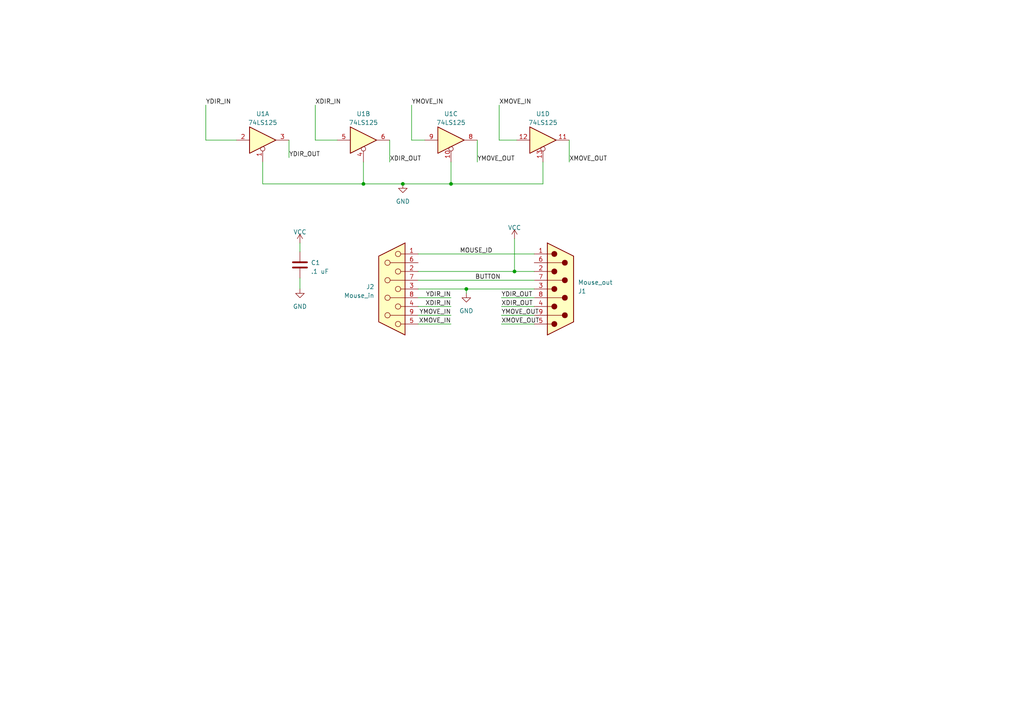
<source format=kicad_sch>
(kicad_sch (version 20230121) (generator eeschema)
  (paper "A4")
  (title_block (title "Apple II mouse cleaner") (rev ".1") (company "Wyolum.com"))
  (lib_symbols
    (symbol "74xx:74LS125" (pin_names (offset 1.016))
      (property "Reference" "U" (at 0 1.27 0))
      (property "Value" "74LS125" (at 0 -1.27 0))
      (symbol "74LS125_1_0"
        (polyline (pts (xy -3.81 3.81) (xy -3.81 -3.81) (xy 3.81 0) (xy -3.81 3.81)) (stroke (width 0.254)) (fill (type background)))
        (pin input inverted (at 0 -6.35 90) (length 4.445) (name "~") (number "1"))
        (pin input line (at -7.62 0 0) (length 3.81) (name "~") (number "2"))
        (pin tri_state line (at 7.62 0 180) (length 3.81) (name "~") (number "3"))
      )
      (symbol "74LS125_2_0"
        (polyline (pts (xy -3.81 3.81) (xy -3.81 -3.81) (xy 3.81 0) (xy -3.81 3.81)) (stroke (width 0.254)) (fill (type background)))
        (pin input inverted (at 0 -6.35 90) (length 4.445) (name "~") (number "4"))
        (pin input line (at -7.62 0 0) (length 3.81) (name "~") (number "5"))
        (pin tri_state line (at 7.62 0 180) (length 3.81) (name "~") (number "6"))
      )
      (symbol "74LS125_3_0"
        (polyline (pts (xy -3.81 3.81) (xy -3.81 -3.81) (xy 3.81 0) (xy -3.81 3.81)) (stroke (width 0.254)) (fill (type background)))
        (pin input inverted (at 0 -6.35 90) (length 4.445) (name "~") (number "10"))
        (pin tri_state line (at 7.62 0 180) (length 3.81) (name "~") (number "8"))
        (pin input line (at -7.62 0 0) (length 3.81) (name "~") (number "9"))
      )
      (symbol "74LS125_4_0"
        (polyline (pts (xy -3.81 3.81) (xy -3.81 -3.81) (xy 3.81 0) (xy -3.81 3.81)) (stroke (width 0.254)) (fill (type background)))
        (pin tri_state line (at 7.62 0 180) (length 3.81) (name "~") (number "11"))
        (pin input line (at -7.62 0 0) (length 3.81) (name "~") (number "12"))
        (pin input inverted (at 0 -6.35 90) (length 4.445) (name "~") (number "13"))
      )
      (symbol "74LS125_5_0"
        (pin power_in line (at 0 12.7 270) (length 5.08) (name "VCC") (number "14"))
        (pin power_in line (at 0 -12.7 90) (length 5.08) (name "GND") (number "7"))
      )
      (symbol "74LS125_5_1"
        (rectangle (start -5.08 7.62) (end 5.08 -7.62) (stroke (width 0.254)) (fill (type background)))
      )
    )
    (symbol "Connector:DE9_Plug" (pin_names (offset 1.016) hide)
      (property "Reference" "J" (at 0 13.97 0))
      (property "Value" "DE9_Plug" (at 0 -14.605 0))
      (symbol "DE9_Plug_0_1"
        (circle (center -1.778 -10.16) (radius 0.762) (fill (type outline)))
        (circle (center -1.778 -5.08) (radius 0.762) (fill (type outline)))
        (circle (center -1.778 0) (radius 0.762) (fill (type outline)))
        (circle (center -1.778 5.08) (radius 0.762) (fill (type outline)))
        (circle (center -1.778 10.16) (radius 0.762) (fill (type outline)))
        (polyline (pts (xy -3.81 -10.16) (xy -2.54 -10.16)))
        (polyline (pts (xy -3.81 -7.62) (xy 0.508 -7.62)))
        (polyline (pts (xy -3.81 -5.08) (xy -2.54 -5.08)))
        (polyline (pts (xy -3.81 -2.54) (xy 0.508 -2.54)))
        (polyline (pts (xy -3.81 0) (xy -2.54 0)))
        (polyline (pts (xy -3.81 2.54) (xy 0.508 2.54)))
        (polyline (pts (xy -3.81 5.08) (xy -2.54 5.08)))
        (polyline (pts (xy -3.81 7.62) (xy 0.508 7.62)))
        (polyline (pts (xy -3.81 10.16) (xy -2.54 10.16)))
        (polyline (pts (xy -3.81 -13.335) (xy -3.81 13.335) (xy 3.81 9.525) (xy 3.81 -9.525) (xy -3.81 -13.335)) (stroke (width 0.254)) (fill (type background)))
        (circle (center 1.27 -7.62) (radius 0.762) (fill (type outline)))
        (circle (center 1.27 -2.54) (radius 0.762) (fill (type outline)))
        (circle (center 1.27 2.54) (radius 0.762) (fill (type outline)))
        (circle (center 1.27 7.62) (radius 0.762) (fill (type outline)))
      )
      (symbol "DE9_Plug_1_1"
        (pin passive line (at -7.62 -10.16 0) (length 3.81) (name "1") (number "1"))
        (pin passive line (at -7.62 -5.08 0) (length 3.81) (name "2") (number "2"))
        (pin passive line (at -7.62 0 0) (length 3.81) (name "3") (number "3"))
        (pin passive line (at -7.62 5.08 0) (length 3.81) (name "4") (number "4"))
        (pin passive line (at -7.62 10.16 0) (length 3.81) (name "5") (number "5"))
        (pin passive line (at -7.62 -7.62 0) (length 3.81) (name "6") (number "6"))
        (pin passive line (at -7.62 -2.54 0) (length 3.81) (name "7") (number "7"))
        (pin passive line (at -7.62 2.54 0) (length 3.81) (name "8") (number "8"))
        (pin passive line (at -7.62 7.62 0) (length 3.81) (name "9") (number "9"))
      )
    )
    (symbol "Connector:DE9_Receptacle" (pin_names (offset 1.016) hide)
      (property "Reference" "J" (at 0 13.97 0))
      (property "Value" "DE9_Receptacle" (at 0 -14.605 0))
      (symbol "DE9_Receptacle_0_1"
        (circle (center -1.778 -10.16) (radius 0.762))
        (circle (center -1.778 -5.08) (radius 0.762))
        (circle (center -1.778 0) (radius 0.762))
        (circle (center -1.778 5.08) (radius 0.762))
        (circle (center -1.778 10.16) (radius 0.762))
        (polyline (pts (xy -3.81 -10.16) (xy -2.54 -10.16)))
        (polyline (pts (xy -3.81 -7.62) (xy 0.508 -7.62)))
        (polyline (pts (xy -3.81 -5.08) (xy -2.54 -5.08)))
        (polyline (pts (xy -3.81 -2.54) (xy 0.508 -2.54)))
        (polyline (pts (xy -3.81 0) (xy -2.54 0)))
        (polyline (pts (xy -3.81 2.54) (xy 0.508 2.54)))
        (polyline (pts (xy -3.81 5.08) (xy -2.54 5.08)))
        (polyline (pts (xy -3.81 7.62) (xy 0.508 7.62)))
        (polyline (pts (xy -3.81 10.16) (xy -2.54 10.16)))
        (polyline (pts (xy -3.81 13.335) (xy -3.81 -13.335) (xy 3.81 -9.525) (xy 3.81 9.525) (xy -3.81 13.335)) (stroke (width 0.254)) (fill (type background)))
        (circle (center 1.27 -7.62) (radius 0.762))
        (circle (center 1.27 -2.54) (radius 0.762))
        (circle (center 1.27 2.54) (radius 0.762))
        (circle (center 1.27 7.62) (radius 0.762))
      )
      (symbol "DE9_Receptacle_1_1"
        (pin passive line (at -7.62 10.16 0) (length 3.81) (name "1") (number "1"))
        (pin passive line (at -7.62 5.08 0) (length 3.81) (name "2") (number "2"))
        (pin passive line (at -7.62 0 0) (length 3.81) (name "3") (number "3"))
        (pin passive line (at -7.62 -5.08 0) (length 3.81) (name "4") (number "4"))
        (pin passive line (at -7.62 -10.16 0) (length 3.81) (name "5") (number "5"))
        (pin passive line (at -7.62 7.62 0) (length 3.81) (name "6") (number "6"))
        (pin passive line (at -7.62 2.54 0) (length 3.81) (name "7") (number "7"))
        (pin passive line (at -7.62 -2.54 0) (length 3.81) (name "8") (number "8"))
        (pin passive line (at -7.62 -7.62 0) (length 3.81) (name "9") (number "9"))
      )
    )
    (symbol "Device:C" (pin_numbers hide) (pin_names (offset 0.254))
      (property "Reference" "C" (at 0.635 2.54 0))
      (property "Value" "C" (at 0.635 -2.54 0))
      (symbol "C_0_1"
        (polyline (pts (xy -2.032 -0.762) (xy 2.032 -0.762)) (stroke (width 0.508)))
        (polyline (pts (xy -2.032 0.762) (xy 2.032 0.762)) (stroke (width 0.508)))
      )
      (symbol "C_1_1"
        (pin passive line (at 0 3.81 270) (length 2.794) (name "~") (number "1"))
        (pin passive line (at 0 -3.81 90) (length 2.794) (name "~") (number "2"))
      )
    )
    (symbol "power:GND" (power) (pin_names (offset 0))
      (property "Value" "GND" (at 0 -3.81 0))
      (symbol "GND_0_1"
        (polyline (pts (xy 0 0) (xy 0 -1.27) (xy 1.27 -1.27) (xy 0 -2.54) (xy -1.27 -1.27) (xy 0 -1.27)))
      )
      (symbol "GND_1_1"
        (pin power_in line (at 0 0 270) (length 0) hide (name "GND") (number "1"))
      )
    )
    (symbol "power:VCC" (power) (pin_names (offset 0))
      (property "Value" "VCC" (at 0 3.81 0))
      (symbol "VCC_0_1"
        (polyline (pts (xy -0.762 1.27) (xy 0 2.54)))
        (polyline (pts (xy 0 0) (xy 0 2.54)))
        (polyline (pts (xy 0 2.54) (xy 0.762 1.27)))
      )
      (symbol "VCC_1_1"
        (pin power_in line (at 0 0 90) (length 0) hide (name "VCC") (number "1"))
      )
    )
  )
  (junction (at 105.41 53.34))
  (junction (at 130.81 53.34))
  (junction (at 135.255 83.82))
  (junction (at 116.84 53.34))
  (junction (at 149.225 78.74))
  (wire (pts (xy 121.285 93.98) (xy 130.81 93.98)))
  (wire (pts (xy 145.415 88.9) (xy 154.94 88.9)))
  (wire (pts (xy 123.19 40.64) (xy 119.38 40.64)))
  (wire (pts (xy 121.285 86.36) (xy 130.81 86.36)))
  (wire (pts (xy 121.285 78.74) (xy 149.225 78.74)))
  (wire (pts (xy 86.995 70.485) (xy 86.995 73.025)))
  (wire (pts (xy 135.255 83.82) (xy 135.255 85.09)))
  (wire (pts (xy 76.2 53.34) (xy 76.2 46.99)))
  (wire (pts (xy 149.225 78.74) (xy 154.94 78.74)))
  (wire (pts (xy 119.38 30.48) (xy 119.38 40.64)))
  (wire (pts (xy 165.1 40.64) (xy 165.1 46.99)))
  (wire (pts (xy 138.43 40.64) (xy 138.43 46.99)))
  (wire (pts (xy 59.69 30.48) (xy 59.69 40.64)))
  (wire (pts (xy 144.78 30.48) (xy 144.78 40.64)))
  (wire (pts (xy 145.415 86.36) (xy 154.94 86.36)))
  (wire (pts (xy 121.285 91.44) (xy 130.81 91.44)))
  (wire (pts (xy 145.415 93.98) (xy 154.94 93.98)))
  (wire (pts (xy 121.285 83.82) (xy 135.255 83.82)))
  (wire (pts (xy 116.84 53.34) (xy 105.41 53.34)))
  (wire (pts (xy 91.44 30.48) (xy 91.44 40.64)))
  (wire (pts (xy 83.82 40.64) (xy 83.82 45.72)))
  (wire (pts (xy 68.58 40.64) (xy 59.69 40.64)))
  (wire (pts (xy 105.41 46.99) (xy 105.41 53.34)))
  (wire (pts (xy 157.48 46.99) (xy 157.48 53.34)))
  (wire (pts (xy 130.81 46.99) (xy 130.81 53.34)))
  (wire (pts (xy 149.86 40.64) (xy 144.78 40.64)))
  (wire (pts (xy 113.03 40.64) (xy 113.03 46.99)))
  (wire (pts (xy 86.995 80.645) (xy 86.995 83.82)))
  (wire (pts (xy 145.415 91.44) (xy 154.94 91.44)))
  (wire (pts (xy 97.79 40.64) (xy 91.44 40.64)))
  (wire (pts (xy 157.48 53.34) (xy 130.81 53.34)))
  (wire (pts (xy 130.81 53.34) (xy 116.84 53.34)))
  (wire (pts (xy 121.285 73.66) (xy 154.94 73.66)))
  (wire (pts (xy 121.285 81.28) (xy 154.94 81.28)))
  (wire (pts (xy 121.285 88.9) (xy 130.81 88.9)))
  (wire (pts (xy 135.255 83.82) (xy 154.94 83.82)))
  (wire (pts (xy 149.225 69.215) (xy 149.225 78.74)))
  (wire (pts (xy 105.41 53.34) (xy 76.2 53.34)))
  (label "YMOVE_IN" (at 130.81 91.44 180) (property "Netclass" "Default" (effects hide)))
  (label "XMOVE_OUT" (at 165.1 46.99 0) (property "Netclass" "Default" (effects hide)))
  (label "YDIR_OUT" (at 145.415 86.36 0) (property "Netclass" "Default" (effects hide)))
  (label "XDIR_IN" (at 91.44 30.48 0) (property "Netclass" "Default" (effects hide)))
  (label "XMOVE_OUT" (at 145.415 93.98 0) (property "Netclass" "Default" (effects hide)))
  (label "YMOVE_IN" (at 119.38 30.48 0) (property "Netclass" "Default" (effects hide)))
  (label "MOUSE_ID" (at 133.35 73.66 0) (property "Netclass" "Default" (effects hide)))
  (label "BUTTON" (at 137.795 81.28 0))
  (label "XDIR_OUT" (at 113.03 46.99 0) (property "Netclass" "Default" (effects hide)))
  (label "YMOVE_OUT" (at 145.415 91.44 0))
  (label "YDIR_IN" (at 130.81 86.36 180) (property "Netclass" "Default" (effects hide)))
  (label "XDIR_IN" (at 130.81 88.9 180) (property "Netclass" "Default" (effects hide)))
  (label "YDIR_IN" (at 59.69 30.48 0) (property "Netclass" "Default" (effects hide)))
  (label "YDIR_OUT" (at 83.82 45.72 0) (property "Netclass" "Default" (effects hide)))
  (label "XMOVE_IN" (at 144.78 30.48 0) (property "Netclass" "Default" (effects hide)))
  (label "YMOVE_OUT" (at 138.43 46.99 0) (property "Netclass" "Default" (effects hide)))
  (label "XDIR_OUT" (at 145.415 88.9 0) (property "Netclass" "Default" (effects hide)))
  (label "XMOVE_IN" (at 130.81 93.98 180))
  (symbol (lib_id "power:GND") (at 135.255 85.09 0) (unit 1)
    (property "Reference" "#PWR03" (effects hide))
    (property "Value" "GND" (at 135.255 90.17 0))
  )
  (symbol (lib_id "Connector:DE9_Plug") (at 162.56 83.82 0) (mirror x) (unit 1)
    (property "Reference" "J1" (at 167.64 84.455 0) (effects (justify left)))
    (property "Value" "Mouse_out" (at 167.64 81.915 0) (effects (justify left)))
    (property "Footprint" "localfootprints:CONN_A-DF 09 A&slash_KG-T2S_ASM" (effects hide))
    (property "Datasheet" " ~" (effects hide))
  )
  (symbol (lib_id "power:GND") (at 86.995 83.82 0) (unit 1)
    (property "Reference" "#PWR04" (effects hide))
    (property "Value" "GND" (at 86.995 88.9 0))
  )
  (symbol (lib_id "power:VCC") (at 86.995 70.485 0) (unit 1)
    (property "Reference" "#PWR05" (effects hide))
    (property "Value" "VCC" (at 86.995 67.31 0))
  )
  (symbol (lib_id "74xx:74LS125") (at 105.41 40.64 0) (unit 2)
    (property "Reference" "U1" (at 105.41 33.02 0))
    (property "Value" "74LS125" (at 105.41 35.56 0))
    (property "Footprint" "localfootprints:D14-L" (effects hide))
    (property "Datasheet" "http://www.ti.com/lit/gpn/sn74LS125" (effects hide))
  )
  (symbol (lib_id "74xx:74LS125") (at 157.48 40.64 0) (unit 4)
    (property "Reference" "U1" (at 157.48 33.02 0))
    (property "Value" "74LS125" (at 157.48 35.56 0))
    (property "Footprint" "localfootprints:D14-L" (effects hide))
    (property "Datasheet" "http://www.ti.com/lit/gpn/sn74LS125" (effects hide))
  )
  (symbol (lib_id "power:GND") (at 116.84 53.34 0) (unit 1)
    (property "Reference" "#PWR01" (effects hide))
    (property "Value" "GND" (at 116.84 58.42 0))
  )
  (symbol (lib_id "Device:C") (at 86.995 76.835 0) (unit 1)
    (property "Reference" "C1" (at 90.17 76.2 0) (effects (justify left)))
    (property "Value" ".1 uF" (at 90.17 78.74 0) (effects (justify left)))
    (property "Footprint" "Capacitor_SMD:C_0805_2012Metric_Pad1.18x1.45mm_HandSolder" (effects hide))
  )
  (symbol (lib_id "power:VCC") (at 149.225 69.215 0) (unit 1)
    (property "Reference" "#PWR02" (effects hide))
    (property "Value" "VCC" (at 149.225 66.04 0))
  )
  (symbol (lib_id "74xx:74LS125") (at 76.2 40.64 0) (unit 1)
    (property "Reference" "U1" (at 76.2 33.02 0))
    (property "Value" "74LS125" (at 76.2 35.56 0))
    (property "Footprint" "localfootprints:D14-L" (effects hide))
    (property "Datasheet" "http://www.ti.com/lit/gpn/sn74LS125" (effects hide))
  )
  (symbol (lib_id "Connector:DE9_Receptacle") (at 113.665 83.82 0) (mirror y) (unit 1)
    (property "Reference" "J2" (at 108.585 83.185 0) (effects (justify left)))
    (property "Value" "Mouse_in" (at 108.585 85.725 0) (effects (justify left)))
    (property "Footprint" "localfootprints:CONN_A-DF 09 A&slash_KG-T2S_ASM" (effects hide))
    (property "Datasheet" " ~" (effects hide))
  )
  (symbol (lib_id "74xx:74LS125") (at 130.81 40.64 0) (unit 3)
    (property "Reference" "U1" (at 130.81 33.02 0))
    (property "Value" "74LS125" (at 130.81 35.56 0))
    (property "Footprint" "localfootprints:D14-L" (effects hide))
    (property "Datasheet" "http://www.ti.com/lit/gpn/sn74LS125" (effects hide))
  )
)
</source>
